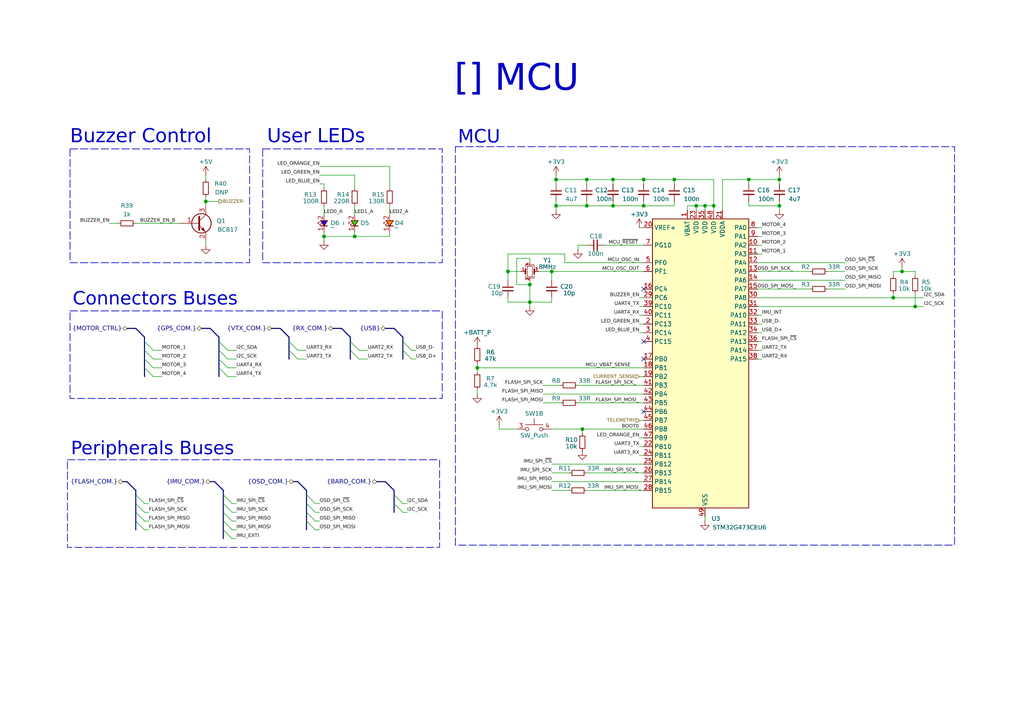
<source format=kicad_sch>
(kicad_sch (version 20231120) (generator "eeschema") (generator_version "8.0")
  (paper "A4")
  (title_block (title "MCU") (date "2025-09-01") (rev "0.1"))
  (lib_symbols
    (symbol "+3V3_1" (power) (pin_numbers hide) (pin_names (offset 0) hide)
      (property "Value" "+3V3" (at 0 3.556 0))
      (symbol "+3V3_1_1_1"
        (pin power_in line (at 0 0 90) (length 0) (name "~") (number "1"))
      )
    )
    (symbol "+5V_2" (power) (pin_numbers hide) (pin_names (offset 0) hide)
      (property "Value" "+5V" (at 0 3.556 0))
      (symbol "+5V_2_1_1"
        (pin power_in line (at 0 0 90) (length 0) (name "~") (number "1"))
      )
    )
    (symbol "0_led:LED_Small_Amber"
      (property "Reference" "D" (at 0 0 0))
      (symbol "LED_Small_Amber_1_1"
        (pin passive line (at -2.54 -3.175 0) (length 1.778) (name "") (number "1"))
        (pin passive line (at 2.54 -3.175 180) (length 1.778) (name "") (number "2"))
      )
    )
    (symbol "0_led:LED_Small_Blue" (pin_names hide)
      (property "Reference" "D" (at 0 0 0))
      (symbol "LED_Small_Blue_1_1"
        (pin passive line (at -2.54 -3.175 0) (length 1.778) (name "") (number "1"))
        (pin passive line (at 2.54 -3.175 180) (length 1.778) (name "") (number "2"))
      )
    )
    (symbol "0_led:LED_Small_Green"
      (property "Reference" "D" (at 0 0 0))
      (symbol "LED_Small_Green_1_1"
        (pin passive line (at -2.54 -3.175 0) (length 1.778) (name "") (number "1"))
        (pin passive line (at 2.54 -3.175 180) (length 1.778) (name "") (number "2"))
      )
    )
    (symbol "0_power:+BATT_P" (power) (in_bom no) (on_board no)
      (property "Value" "+BATT_P" (at 0 1.27 0))
      (symbol "+BATT_P_1_1"
        (pin power_in line (at 0 -2.54 270) (length 0) hide (name "+BATT_P") (number ""))
      )
    )
    (symbol "Device:C_Small" (pin_numbers hide) (pin_names (offset 0.254) hide)
      (property "Reference" "C" (at 0.254 1.778 0))
      (property "Value" "C_Small" (at 0.254 -2.032 0))
      (symbol "C_Small_1_1"
        (pin passive line (at 0 2.54 270) (length 2.032) (name "~") (number "1"))
        (pin passive line (at 0 -2.54 90) (length 2.032) (name "~") (number "2"))
      )
    )
    (symbol "Device:Crystal_GND24_Small" (pin_names (offset 1.016) hide)
      (property "Reference" "Y" (at 1.27 4.445 0))
      (property "Value" "Crystal_GND24_Small" (at 1.27 2.54 0))
      (symbol "Crystal_GND24_Small_1_1"
        (pin passive line (at -2.54 0 0) (length 1.27) (name "1") (number "1"))
        (pin passive line (at 0 -2.54 90) (length 0.635) (name "2") (number "2"))
        (pin passive line (at 2.54 0 180) (length 1.27) (name "3") (number "3"))
        (pin passive line (at 0 2.54 270) (length 0.635) (name "4") (number "4"))
      )
    )
    (symbol "Device:R_Small" (pin_numbers hide) (pin_names (offset 0.254) hide)
      (property "Reference" "R" (at 0.762 0.508 0))
      (property "Value" "R_Small" (at 0.762 -1.016 0))
      (symbol "R_Small_1_1"
        (pin passive line (at 0 2.54 270) (length 0.762) (name "~") (number "1"))
        (pin passive line (at 0 -2.54 90) (length 0.762) (name "~") (number "2"))
      )
    )
    (symbol "GND_1" (power) (pin_numbers hide) (pin_names (offset 0) hide)
      (property "Value" "GND" (at 0 -3.81 0))
      (symbol "GND_1_1_1"
        (pin power_in line (at 0 0 270) (length 0) (name "~") (number "1"))
      )
    )
    (symbol "MCU_ST_STM32G4:STM32G473CEUx"
      (property "Reference" "U" (at -12.7 44.45 0))
      (property "Value" "STM32G473CEUx" (at 10.16 44.45 0))
      (symbol "STM32G473CEUx_1_1"
        (pin power_in line (at -2.54 45.72 270) (length 2.54) (name "VBAT") (number "1"))
        (pin bidirectional line (at 17.78 35.56 180) (length 2.54) (name "PA2") (number "10"))
        (pin bidirectional line (at 17.78 33.02 180) (length 2.54) (name "PA3") (number "11"))
        (pin bidirectional line (at 17.78 30.48 180) (length 2.54) (name "PA4") (number "12"))
        (pin bidirectional line (at 17.78 27.94 180) (length 2.54) (name "PA5") (number "13"))
        (pin bidirectional line (at 17.78 25.4 180) (length 2.54) (name "PA6") (number "14"))
        (pin bidirectional line (at 17.78 22.86 180) (length 2.54) (name "PA7") (number "15"))
        (pin bidirectional line (at -15.24 22.86 0) (length 2.54) (name "PC4") (number "16"))
        (pin bidirectional line (at -15.24 2.54 0) (length 2.54) (name "PB0") (number "17"))
        (pin bidirectional line (at -15.24 0 0) (length 2.54) (name "PB1") (number "18"))
        (pin bidirectional line (at -15.24 -2.54 0) (length 2.54) (name "PB2") (number "19"))
        (pin bidirectional line (at -15.24 12.7 0) (length 2.54) (name "PC13") (number "2"))
        (pin input line (at -15.24 40.64 0) (length 2.54) (name "VREF+") (number "20"))
        (pin power_in line (at 7.62 45.72 270) (length 2.54) (name "VDDA") (number "21"))
        (pin bidirectional line (at -15.24 -22.86 0) (length 2.54) (name "PB10") (number "22"))
        (pin power_in line (at 0 45.72 270) (length 2.54) (name "VDD") (number "23"))
        (pin bidirectional line (at -15.24 -25.4 0) (length 2.54) (name "PB11") (number "24"))
        (pin bidirectional line (at -15.24 -27.94 0) (length 2.54) (name "PB12") (number "25"))
        (pin bidirectional line (at -15.24 -30.48 0) (length 2.54) (name "PB13") (number "26"))
        (pin bidirectional line (at -15.24 -33.02 0) (length 2.54) (name "PB14") (number "27"))
        (pin bidirectional line (at -15.24 -35.56 0) (length 2.54) (name "PB15") (number "28"))
        (pin bidirectional line (at -15.24 20.32 0) (length 2.54) (name "PC6") (number "29"))
        (pin bidirectional line (at -15.24 10.16 0) (length 2.54) (name "PC14") (number "3"))
        (pin bidirectional line (at 17.78 20.32 180) (length 2.54) (name "PA8") (number "30"))
        (pin bidirectional line (at 17.78 17.78 180) (length 2.54) (name "PA9") (number "31"))
        (pin bidirectional line (at 17.78 15.24 180) (length 2.54) (name "PA10") (number "32"))
        (pin bidirectional line (at 17.78 12.7 180) (length 2.54) (name "PA11") (number "33"))
        (pin bidirectional line (at 17.78 10.16 180) (length 2.54) (name "PA12") (number "34"))
        (pin power_in line (at 2.54 45.72 270) (length 2.54) (name "VDD") (number "35"))
        (pin bidirectional line (at 17.78 7.62 180) (length 2.54) (name "PA13") (number "36"))
        (pin bidirectional line (at 17.78 5.08 180) (length 2.54) (name "PA14") (number "37"))
        (pin bidirectional line (at 17.78 2.54 180) (length 2.54) (name "PA15") (number "38"))
        (pin bidirectional line (at -15.24 17.78 0) (length 2.54) (name "PC10") (number "39"))
        (pin bidirectional line (at -15.24 7.62 0) (length 2.54) (name "PC15") (number "4"))
        (pin bidirectional line (at -15.24 15.24 0) (length 2.54) (name "PC11") (number "40"))
        (pin bidirectional line (at -15.24 -5.08 0) (length 2.54) (name "PB3") (number "41"))
        (pin bidirectional line (at -15.24 -7.62 0) (length 2.54) (name "PB4") (number "42"))
        (pin bidirectional line (at -15.24 -10.16 0) (length 2.54) (name "PB5") (number "43"))
        (pin bidirectional line (at -15.24 -12.7 0) (length 2.54) (name "PB6") (number "44"))
        (pin bidirectional line (at -15.24 -15.24 0) (length 2.54) (name "PB7") (number "45"))
        (pin bidirectional line (at -15.24 -17.78 0) (length 2.54) (name "PB8") (number "46"))
        (pin bidirectional line (at -15.24 -20.32 0) (length 2.54) (name "PB9") (number "47"))
        (pin power_in line (at 5.08 45.72 270) (length 2.54) (name "VDD") (number "48"))
        (pin power_in line (at 2.54 -43.18 90) (length 2.54) (name "VSS") (number "49"))
        (pin bidirectional line (at -15.24 30.48 0) (length 2.54) (name "PF0") (number "5"))
        (pin bidirectional line (at -15.24 27.94 0) (length 2.54) (name "PF1") (number "6"))
        (pin bidirectional line (at -15.24 35.56 0) (length 2.54) (name "PG10") (number "7"))
        (pin bidirectional line (at 17.78 40.64 180) (length 2.54) (name "PA0") (number "8"))
        (pin bidirectional line (at 17.78 38.1 180) (length 2.54) (name "PA1") (number "9"))
      )
    )
    (symbol "Switch:SW_Push_Dual_x2" (pin_names (offset 1.016) hide)
      (property "Reference" "SW" (at 1.27 2.54 0))
      (property "Value" "SW_Push_Dual_x2" (at 0 -1.524 0))
      (symbol "SW_Push_Dual_x2_1_1"
        (pin passive line (at -5.08 0 0) (length 2.54) (name "C") (number "1"))
        (pin passive line (at 5.08 0 180) (length 2.54) (name "D") (number "2"))
      )
      (symbol "SW_Push_Dual_x2_2_1"
        (pin passive line (at -5.08 0 0) (length 2.54) (name "C") (number "3"))
        (pin passive line (at 5.08 0 180) (length 2.54) (name "D") (number "4"))
      )
    )
    (symbol "Transistor_BJT:BC817" (pin_names (offset 0) hide)
      (property "Reference" "Q" (at 5.08 1.905 0))
      (property "Value" "BC817" (at 5.08 0 0))
      (symbol "BC817_1_1"
        (pin input line (at -5.08 0 0) (length 5.715) (name "B") (number "1"))
        (pin passive line (at 2.54 -5.08 90) (length 2.54) (name "E") (number "2"))
        (pin passive line (at 2.54 5.08 270) (length 2.54) (name "C") (number "3"))
      )
    )
  )
  (bus_alias "BARO_COM." (members "I2C_SDA" "I2C_SCK"))
  (bus_alias "FLASH_COM." (members "FLASH_SPI_~{CS}" "FLASH_SPI_SCK" "FLASH_SPI_MISO" "FLASH_SPI_MOSI"))
  (bus_alias "IMU_COM." (members "IMU_SPI_~{CS}" "IMU_SPI_SCK" "IMU_SPI_MISO" "IMU_SPI_MOSI" "IMU_INT"))
  (bus_alias "OSD_COM." (members "OSD_SPI_~{CS}" "OSD_SPI_SCK" "OSD_SPI_MISO" "OSD_SPI_MOSI"))
  (junction (at 170.18 59.69))
  (junction (at 93.98 68.58))
  (junction (at 261.62 78.74))
  (junction (at 201.93 59.69))
  (junction (at 177.8 52.07))
  (junction (at 59.69 58.42))
  (junction (at 170.18 52.07))
  (junction (at 186.69 52.07))
  (junction (at 186.69 59.69))
  (junction (at 259.08 86.36))
  (junction (at 153.67 82.55))
  (junction (at 161.29 59.69))
  (junction (at 168.91 124.46))
  (junction (at 195.58 52.07))
  (junction (at 147.32 78.74))
  (junction (at 226.06 52.07))
  (junction (at 161.29 52.07))
  (junction (at 160.02 78.74))
  (junction (at 204.47 59.69))
  (junction (at 153.67 87.63))
  (junction (at 138.43 106.68))
  (junction (at 217.17 52.07))
  (junction (at 102.87 68.58))
  (junction (at 226.06 59.69))
  (junction (at 265.43 88.9))
  (junction (at 207.01 59.69))
  (junction (at 177.8 59.69))
  (no_connect (at 186.69 99.06))
  (no_connect (at 186.69 119.38))
  (no_connect (at 186.69 104.14))
  (no_connect (at 186.69 83.82))
  (bus_entry (at 114.3 146.05) (size 2.54 2.54))
  (bus_entry (at 39.37 143.51) (size 2.54 2.54))
  (bus_entry (at 64.77 146.05) (size 2.54 2.54))
  (bus_entry (at 39.37 148.59) (size 2.54 2.54))
  (bus_entry (at 83.82 99.06) (size 2.54 2.54))
  (bus_entry (at 101.6 99.06) (size 2.54 2.54))
  (bus_entry (at 63.5 101.6) (size 2.54 2.54))
  (bus_entry (at 88.9 148.59) (size 2.54 2.54))
  (bus_entry (at 63.5 104.14) (size 2.54 2.54))
  (bus_entry (at 88.9 151.13) (size 2.54 2.54))
  (bus_entry (at 41.91 101.6) (size 2.54 2.54))
  (bus_entry (at 41.91 104.14) (size 2.54 2.54))
  (bus_entry (at 114.3 143.51) (size 2.54 2.54))
  (bus_entry (at 39.37 151.13) (size 2.54 2.54))
  (bus_entry (at 64.77 153.67) (size 2.54 2.54))
  (bus_entry (at 39.37 146.05) (size 2.54 2.54))
  (bus_entry (at 64.77 151.13) (size 2.54 2.54))
  (bus_entry (at 63.5 99.06) (size 2.54 2.54))
  (bus_entry (at 83.82 101.6) (size 2.54 2.54))
  (bus_entry (at 63.5 106.68) (size 2.54 2.54))
  (bus_entry (at 88.9 146.05) (size 2.54 2.54))
  (bus_entry (at 101.6 101.6) (size 2.54 2.54))
  (bus_entry (at 116.84 101.6) (size 2.54 2.54))
  (bus_entry (at 64.77 143.51) (size 2.54 2.54))
  (bus_entry (at 64.77 148.59) (size 2.54 2.54))
  (bus_entry (at 116.84 99.06) (size 2.54 2.54))
  (bus_entry (at 41.91 106.68) (size 2.54 2.54))
  (bus_entry (at 88.9 143.51) (size 2.54 2.54))
  (bus_entry (at 41.91 99.06) (size 2.54 2.54))
  (wire (pts (xy 219.71 99.06) (xy 220.98 99.06)))
  (bus (pts (xy 99.06 95.25) (xy 101.6 97.79)))
  (wire (pts (xy 160.02 124.46) (xy 168.91 124.46)))
  (bus (pts (xy 41.91 99.06) (xy 41.91 101.6)))
  (wire (pts (xy 240.03 83.82) (xy 245.11 83.82)))
  (wire (pts (xy 67.31 153.67) (xy 68.58 153.67)))
  (wire (pts (xy 219.71 78.74) (xy 234.95 78.74)))
  (bus (pts (xy 41.91 97.79) (xy 41.91 99.06)))
  (wire (pts (xy 219.71 101.6) (xy 220.98 101.6)))
  (bus (pts (xy 116.84 97.79) (xy 116.84 99.06)))
  (wire (pts (xy 163.83 76.2) (xy 163.83 73.66)))
  (wire (pts (xy 186.69 59.69) (xy 177.8 59.69)))
  (wire (pts (xy 167.64 111.76) (xy 186.69 111.76)))
  (wire (pts (xy 195.58 53.34) (xy 195.58 52.07)))
  (wire (pts (xy 219.71 91.44) (xy 220.98 91.44)))
  (bus (pts (xy 62.23 139.7) (xy 60.96 139.7)))
  (bus (pts (xy 81.28 95.25) (xy 83.82 97.79)))
  (wire (pts (xy 138.43 113.03) (xy 138.43 114.3)))
  (wire (pts (xy 116.84 148.59) (xy 118.11 148.59)))
  (bus (pts (xy 83.82 101.6) (xy 83.82 104.14)))
  (wire (pts (xy 199.39 60.96) (xy 199.39 59.69)))
  (bus (pts (xy 41.91 106.68) (xy 41.91 109.22)))
  (wire (pts (xy 170.18 59.69) (xy 177.8 59.69)))
  (wire (pts (xy 153.67 81.28) (xy 153.67 82.55)))
  (wire (pts (xy 219.71 86.36) (xy 259.08 86.36)))
  (bus (pts (xy 39.37 148.59) (xy 39.37 151.13)))
  (wire (pts (xy 104.14 101.6) (xy 106.68 101.6)))
  (wire (pts (xy 170.18 52.07) (xy 177.8 52.07)))
  (wire (pts (xy 185.42 121.92) (xy 186.69 121.92)))
  (bus (pts (xy 111.76 139.7) (xy 114.3 142.24)))
  (bus (pts (xy 36.83 139.7) (xy 39.37 142.24)))
  (wire (pts (xy 160.02 78.74) (xy 186.69 78.74)))
  (wire (pts (xy 219.71 71.12) (xy 220.98 71.12)))
  (wire (pts (xy 102.87 59.69) (xy 102.87 62.23)))
  (wire (pts (xy 31.75 64.77) (xy 34.29 64.77)))
  (wire (pts (xy 160.02 134.62) (xy 186.69 134.62)))
  (wire (pts (xy 104.14 104.14) (xy 106.68 104.14)))
  (bus (pts (xy 39.37 151.13) (xy 39.37 153.67)))
  (wire (pts (xy 163.83 73.66) (xy 147.32 73.66)))
  (wire (pts (xy 92.71 50.8) (xy 102.87 50.8)))
  (wire (pts (xy 185.42 91.44) (xy 186.69 91.44)))
  (wire (pts (xy 201.93 59.69) (xy 201.93 60.96)))
  (bus (pts (xy 83.82 99.06) (xy 83.82 101.6)))
  (bus (pts (xy 114.3 142.24) (xy 114.3 143.51)))
  (wire (pts (xy 217.17 52.07) (xy 217.17 53.34)))
  (wire (pts (xy 261.62 78.74) (xy 265.43 78.74)))
  (wire (pts (xy 113.03 59.69) (xy 113.03 62.23)))
  (wire (pts (xy 219.71 104.14) (xy 220.98 104.14)))
  (wire (pts (xy 93.98 53.34) (xy 93.98 54.61)))
  (bus (pts (xy 64.77 151.13) (xy 64.77 153.67)))
  (wire (pts (xy 138.43 106.68) (xy 138.43 107.95)))
  (wire (pts (xy 219.71 68.58) (xy 220.98 68.58)))
  (wire (pts (xy 175.26 71.12) (xy 186.69 71.12)))
  (bus (pts (xy 41.91 101.6) (xy 41.91 104.14)))
  (wire (pts (xy 209.55 52.07) (xy 209.55 60.96)))
  (wire (pts (xy 102.87 68.58) (xy 113.03 68.58)))
  (wire (pts (xy 92.71 146.05) (xy 91.44 146.05)))
  (bus (pts (xy 114.3 95.25) (xy 111.76 95.25)))
  (wire (pts (xy 68.58 151.13) (xy 67.31 151.13)))
  (wire (pts (xy 92.71 48.26) (xy 113.03 48.26)))
  (bus (pts (xy 116.84 99.06) (xy 116.84 101.6)))
  (wire (pts (xy 43.18 151.13) (xy 41.91 151.13)))
  (wire (pts (xy 92.71 53.34) (xy 93.98 53.34)))
  (bus (pts (xy 62.23 139.7) (xy 64.77 142.24)))
  (bus (pts (xy 41.91 104.14) (xy 41.91 106.68)))
  (wire (pts (xy 177.8 58.42) (xy 177.8 59.69)))
  (wire (pts (xy 207.01 59.69) (xy 207.01 60.96)))
  (bus (pts (xy 99.06 95.25) (xy 96.52 95.25)))
  (bus (pts (xy 116.84 101.6) (xy 116.84 104.14)))
  (wire (pts (xy 185.42 66.04) (xy 186.69 66.04)))
  (wire (pts (xy 59.69 57.15) (xy 59.69 58.42)))
  (wire (pts (xy 59.69 58.42) (xy 59.69 59.69)))
  (wire (pts (xy 219.71 88.9) (xy 265.43 88.9)))
  (wire (pts (xy 161.29 53.34) (xy 161.29 52.07)))
  (wire (pts (xy 204.47 59.69) (xy 204.47 60.96)))
  (wire (pts (xy 195.58 52.07) (xy 207.01 52.07)))
  (wire (pts (xy 92.71 151.13) (xy 91.44 151.13)))
  (wire (pts (xy 43.18 146.05) (xy 41.91 146.05)))
  (wire (pts (xy 93.98 68.58) (xy 102.87 68.58)))
  (wire (pts (xy 44.45 106.68) (xy 46.99 106.68)))
  (wire (pts (xy 149.86 74.93) (xy 149.86 82.55)))
  (wire (pts (xy 226.06 59.69) (xy 226.06 60.96)))
  (wire (pts (xy 204.47 149.86) (xy 204.47 151.13)))
  (wire (pts (xy 161.29 58.42) (xy 161.29 59.69)))
  (wire (pts (xy 161.29 50.8) (xy 161.29 52.07)))
  (wire (pts (xy 66.04 104.14) (xy 68.58 104.14)))
  (wire (pts (xy 120.65 101.6) (xy 119.38 101.6)))
  (wire (pts (xy 144.78 124.46) (xy 149.86 124.46)))
  (bus (pts (xy 39.37 95.25) (xy 41.91 97.79)))
  (wire (pts (xy 116.84 146.05) (xy 118.11 146.05)))
  (wire (pts (xy 113.03 48.26) (xy 113.03 54.61)))
  (wire (pts (xy 265.43 88.9) (xy 267.97 88.9)))
  (wire (pts (xy 170.18 137.16) (xy 186.69 137.16)))
  (wire (pts (xy 39.37 64.77) (xy 52.07 64.77)))
  (wire (pts (xy 207.01 59.69) (xy 207.01 52.07)))
  (bus (pts (xy 101.6 97.79) (xy 101.6 99.06)))
  (wire (pts (xy 161.29 59.69) (xy 170.18 59.69)))
  (bus (pts (xy 39.37 142.24) (xy 39.37 143.51)))
  (wire (pts (xy 199.39 59.69) (xy 201.93 59.69)))
  (wire (pts (xy 66.04 106.68) (xy 68.58 106.68)))
  (wire (pts (xy 59.69 69.85) (xy 59.69 71.12)))
  (wire (pts (xy 44.45 104.14) (xy 46.99 104.14)))
  (wire (pts (xy 66.04 109.22) (xy 68.58 109.22)))
  (wire (pts (xy 153.67 74.93) (xy 149.86 74.93)))
  (bus (pts (xy 101.6 101.6) (xy 101.6 104.14)))
  (wire (pts (xy 92.71 153.67) (xy 91.44 153.67)))
  (bus (pts (xy 86.36 139.7) (xy 85.09 139.7)))
  (wire (pts (xy 185.42 132.08) (xy 186.69 132.08)))
  (wire (pts (xy 157.48 114.3) (xy 186.69 114.3)))
  (bus (pts (xy 63.5 101.6) (xy 63.5 104.14)))
  (bus (pts (xy 63.5 104.14) (xy 63.5 106.68)))
  (wire (pts (xy 93.98 69.85) (xy 93.98 68.58)))
  (wire (pts (xy 160.02 139.7) (xy 186.69 139.7)))
  (bus (pts (xy 88.9 146.05) (xy 88.9 148.59)))
  (bus (pts (xy 88.9 142.24) (xy 88.9 143.51)))
  (wire (pts (xy 185.42 86.36) (xy 186.69 86.36)))
  (bus (pts (xy 83.82 97.79) (xy 83.82 99.06)))
  (wire (pts (xy 102.87 68.58) (xy 102.87 67.31)))
  (wire (pts (xy 240.03 78.74) (xy 245.11 78.74)))
  (wire (pts (xy 161.29 52.07) (xy 170.18 52.07)))
  (wire (pts (xy 177.8 52.07) (xy 186.69 52.07)))
  (wire (pts (xy 149.86 82.55) (xy 153.67 82.55)))
  (wire (pts (xy 185.42 109.22) (xy 186.69 109.22)))
  (wire (pts (xy 219.71 76.2) (xy 245.11 76.2)))
  (wire (pts (xy 156.21 78.74) (xy 160.02 78.74)))
  (wire (pts (xy 147.32 87.63) (xy 153.67 87.63)))
  (wire (pts (xy 185.42 127) (xy 186.69 127)))
  (wire (pts (xy 138.43 105.41) (xy 138.43 106.68)))
  (wire (pts (xy 68.58 148.59) (xy 67.31 148.59)))
  (wire (pts (xy 170.18 71.12) (xy 167.64 71.12)))
  (wire (pts (xy 219.71 93.98) (xy 220.98 93.98)))
  (wire (pts (xy 86.36 101.6) (xy 88.9 101.6)))
  (wire (pts (xy 186.69 53.34) (xy 186.69 52.07)))
  (wire (pts (xy 186.69 52.07) (xy 195.58 52.07)))
  (bus (pts (xy 64.77 143.51) (xy 64.77 146.05)))
  (wire (pts (xy 92.71 148.59) (xy 91.44 148.59)))
  (wire (pts (xy 147.32 86.36) (xy 147.32 87.63)))
  (wire (pts (xy 147.32 73.66) (xy 147.32 78.74)))
  (bus (pts (xy 64.77 153.67) (xy 64.77 156.21)))
  (wire (pts (xy 204.47 59.69) (xy 207.01 59.69)))
  (wire (pts (xy 153.67 87.63) (xy 160.02 87.63)))
  (wire (pts (xy 185.42 129.54) (xy 186.69 129.54)))
  (bus (pts (xy 64.77 146.05) (xy 64.77 148.59)))
  (wire (pts (xy 67.31 156.21) (xy 68.58 156.21)))
  (bus (pts (xy 64.77 142.24) (xy 64.77 143.51)))
  (bus (pts (xy 63.5 106.68) (xy 63.5 109.22)))
  (bus (pts (xy 114.3 146.05) (xy 114.3 148.59)))
  (wire (pts (xy 185.42 88.9) (xy 186.69 88.9)))
  (wire (pts (xy 157.48 116.84) (xy 162.56 116.84)))
  (bus (pts (xy 64.77 148.59) (xy 64.77 151.13)))
  (wire (pts (xy 219.71 73.66) (xy 220.98 73.66)))
  (bus (pts (xy 39.37 143.51) (xy 39.37 146.05)))
  (bus (pts (xy 63.5 99.06) (xy 63.5 101.6)))
  (wire (pts (xy 219.71 96.52) (xy 220.98 96.52)))
  (wire (pts (xy 153.67 74.93) (xy 153.67 76.2)))
  (wire (pts (xy 43.18 153.67) (xy 41.91 153.67)))
  (bus (pts (xy 39.37 146.05) (xy 39.37 148.59)))
  (wire (pts (xy 185.42 96.52) (xy 186.69 96.52)))
  (wire (pts (xy 161.29 59.69) (xy 161.29 60.96)))
  (wire (pts (xy 265.43 78.74) (xy 265.43 80.01)))
  (wire (pts (xy 160.02 78.74) (xy 160.02 81.28)))
  (wire (pts (xy 219.71 66.04) (xy 220.98 66.04)))
  (bus (pts (xy 111.76 139.7) (xy 109.22 139.7)))
  (wire (pts (xy 201.93 59.69) (xy 204.47 59.69)))
  (wire (pts (xy 120.65 104.14) (xy 119.38 104.14)))
  (bus (pts (xy 63.5 97.79) (xy 63.5 99.06)))
  (wire (pts (xy 170.18 52.07) (xy 170.18 53.34)))
  (wire (pts (xy 144.78 123.19) (xy 144.78 124.46)))
  (wire (pts (xy 86.36 104.14) (xy 88.9 104.14)))
  (wire (pts (xy 44.45 101.6) (xy 46.99 101.6)))
  (bus (pts (xy 36.83 139.7) (xy 35.56 139.7)))
  (wire (pts (xy 226.06 50.8) (xy 226.06 52.07)))
  (wire (pts (xy 195.58 58.42) (xy 195.58 59.69)))
  (wire (pts (xy 261.62 77.47) (xy 261.62 78.74)))
  (wire (pts (xy 167.64 71.12) (xy 167.64 72.39)))
  (wire (pts (xy 147.32 81.28) (xy 147.32 78.74)))
  (wire (pts (xy 102.87 50.8) (xy 102.87 54.61)))
  (wire (pts (xy 93.98 67.31) (xy 93.98 68.58)))
  (bus (pts (xy 39.37 95.25) (xy 36.83 95.25)))
  (wire (pts (xy 66.04 101.6) (xy 68.58 101.6)))
  (wire (pts (xy 44.45 109.22) (xy 46.99 109.22)))
  (bus (pts (xy 114.3 95.25) (xy 116.84 97.79)))
  (bus (pts (xy 88.9 151.13) (xy 88.9 153.67)))
  (bus (pts (xy 101.6 99.06) (xy 101.6 101.6)))
  (wire (pts (xy 195.58 59.69) (xy 186.69 59.69)))
  (wire (pts (xy 226.06 58.42) (xy 226.06 59.69)))
  (wire (pts (xy 153.67 87.63) (xy 153.67 88.9)))
  (wire (pts (xy 185.42 93.98) (xy 186.69 93.98)))
  (wire (pts (xy 265.43 85.09) (xy 265.43 88.9)))
  (wire (pts (xy 113.03 67.31) (xy 113.03 68.58)))
  (wire (pts (xy 170.18 142.24) (xy 186.69 142.24)))
  (wire (pts (xy 261.62 78.74) (xy 259.08 78.74)))
  (wire (pts (xy 259.08 86.36) (xy 267.97 86.36)))
  (bus (pts (xy 86.36 139.7) (xy 88.9 142.24)))
  (bus (pts (xy 60.96 95.25) (xy 58.42 95.25)))
  (wire (pts (xy 43.18 148.59) (xy 41.91 148.59)))
  (wire (pts (xy 157.48 111.76) (xy 162.56 111.76)))
  (wire (pts (xy 259.08 85.09) (xy 259.08 86.36)))
  (wire (pts (xy 219.71 83.82) (xy 234.95 83.82)))
  (wire (pts (xy 170.18 58.42) (xy 170.18 59.69)))
  (wire (pts (xy 59.69 58.42) (xy 63.5 58.42)))
  (bus (pts (xy 78.74 95.25) (xy 81.28 95.25)))
  (wire (pts (xy 160.02 137.16) (xy 165.1 137.16)))
  (bus (pts (xy 114.3 143.51) (xy 114.3 146.05)))
  (bus (pts (xy 60.96 95.25) (xy 63.5 97.79)))
  (wire (pts (xy 168.91 124.46) (xy 168.91 125.73)))
  (wire (pts (xy 59.69 50.8) (xy 59.69 52.07)))
  (wire (pts (xy 186.69 58.42) (xy 186.69 59.69)))
  (wire (pts (xy 219.71 81.28) (xy 245.11 81.28)))
  (wire (pts (xy 226.06 53.34) (xy 226.06 52.07)))
  (bus (pts (xy 88.9 143.51) (xy 88.9 146.05)))
  (wire (pts (xy 167.64 116.84) (xy 186.69 116.84)))
  (wire (pts (xy 226.06 52.07) (xy 217.17 52.07)))
  (wire (pts (xy 217.17 59.69) (xy 226.06 59.69)))
  (wire (pts (xy 153.67 82.55) (xy 153.67 87.63)))
  (wire (pts (xy 163.83 76.2) (xy 186.69 76.2)))
  (wire (pts (xy 93.98 59.69) (xy 93.98 62.23)))
  (wire (pts (xy 68.58 146.05) (xy 67.31 146.05)))
  (wire (pts (xy 217.17 58.42) (xy 217.17 59.69)))
  (wire (pts (xy 138.43 106.68) (xy 186.69 106.68)))
  (wire (pts (xy 209.55 52.07) (xy 217.17 52.07)))
  (wire (pts (xy 160.02 86.36) (xy 160.02 87.63)))
  (wire (pts (xy 177.8 53.34) (xy 177.8 52.07)))
  (wire (pts (xy 259.08 78.74) (xy 259.08 80.01)))
  (bus (pts (xy 88.9 148.59) (xy 88.9 151.13)))
  (wire (pts (xy 160.02 142.24) (xy 165.1 142.24)))
  (wire (pts (xy 147.32 78.74) (xy 151.13 78.74)))
  (wire (pts (xy 168.91 124.46) (xy 186.69 124.46)))
  (rectangle (start 20.32 90.17) (end 128.27 115.57) (stroke (width 0.2) (type dash)))
  (rectangle (start 76.2 43.18) (end 128.27 76.2) (stroke (width 0.2) (type dash)))
  (rectangle (start 19.558 133.35) (end 127.508 158.75) (stroke (width 0.2) (type dash)))
  (rectangle (start 20.32 43.18) (end 72.39 76.2) (stroke (width 0.2) (type dash)))
  (rectangle (start 132.08 42.545) (end 276.86 158.115) (stroke (width 0.2) (type dash)))
  (text_box "[${#}] ${TITLE}" (at 12.7 12.7 0) (size 274.32 22.86) (stroke (width -0.0001)) (effects (font (size 7.62 7.62)) (justify top)))
  (text "MCU" (at 132.842 43.18 0) (effects (font (size 3.81 3.81) (thickness 0.4763)) (justify left bottom)))
  (text "Peripherals Buses" (at 20.574 133.604 0) (effects (font (size 3.81 3.81) (thickness 0.4763)) (justify left bottom)))
  (text "Buzzer Control" (at 20.32 43.18 0) (effects (font (size 4 4) (thickness 0.5)) (justify left bottom)))
  (text "Connectors Buses" (at 21.082 90.17 0) (effects (font (size 3.81 3.81) (thickness 0.4763)) (justify left bottom)))
  (text "User LEDs" (at 77.47 43.18 0) (effects (font (size 4 4) (thickness 0.5)) (justify left bottom)))
  (label "LED0_A" (at 93.98 62.23 0) (effects (font (size 1.016 1.016))))
  (label "FLASH_SPI_SCK" (at 157.48 111.76 180) (effects (font (size 1.016 1.016))))
  (label "UART4_RX" (at 68.58 106.68 0) (effects (font (size 1.016 1.016))))
  (label "LED_GREEN_EN" (at 185.42 93.98 180) (effects (font (size 1.016 1.016))))
  (label "MOTOR_2" (at 46.99 104.14 0) (effects (font (size 1.016 1.016))))
  (label "IMU_EXTI" (at 68.58 156.21 0) (effects (font (size 1.016 1.016))))
  (label "LED_BLUE_EN" (at 185.42 96.52 180) (effects (font (size 1.016 1.016))))
  (label "OSD_SPI_MISO" (at 245.11 81.28 0) (effects (font (size 1.016 1.016))))
  (label "IMU_SPI_~{CS}" (at 160.02 134.62 180) (effects (font (size 1.016 1.016))))
  (label "IMU_SPI_~{CS}" (at 68.58 146.05 0) (effects (font (size 1.016 1.016))))
  (label "IMU_SPI_MOSI" (at 160.02 142.24 180) (effects (font (size 1.016 1.016))))
  (label "MOTOR_4" (at 220.98 66.04 0) (effects (font (size 1.016 1.016))))
  (label "MOTOR_2" (at 220.98 71.12 0) (effects (font (size 1.016 1.016))))
  (label "USB_D+" (at 120.65 104.14 0) (effects (font (size 1.016 1.016))))
  (label "OSD_SPI_~{CS}" (at 92.71 146.05 0) (effects (font (size 1.016 1.016))))
  (label "MOTOR_4" (at 46.99 109.22 0) (effects (font (size 1.016 1.016))))
  (label "LED_GREEN_EN" (at 92.71 50.8 180) (effects (font (size 1.016 1.016))))
  (label "OSD_SPI_MOSI_" (at 219.71 83.82 0) (effects (font (size 1.016 1.016))))
  (label "BUZZER_EN_B" (at 40.64 64.77 0) (effects (font (size 1.016 1.016))))
  (label "IMU_SPI_MISO" (at 160.02 139.7 180) (effects (font (size 1.016 1.016))))
  (label "IMU_SPI_SCK" (at 68.58 148.59 0) (effects (font (size 1.016 1.016))))
  (label "FLASH_SPI_~{CS}" (at 43.18 146.05 0) (effects (font (size 1.016 1.016))))
  (label "I2C_SCK" (at 68.58 104.14 0) (effects (font (size 1.016 1.016))))
  (label "UART3_TX" (at 185.42 129.54 180) (effects (font (size 1.016 1.016))))
  (label "FLASH_SPI_MOSI" (at 43.18 153.67 0) (effects (font (size 1.016 1.016))))
  (label "BUZZER_EN" (at 185.42 86.36 180) (effects (font (size 1.016 1.016))))
  (label "IMU_SPI_SCK_" (at 175.26 137.16 0) (effects (font (size 1.016 1.016))))
  (label "I2C_SDA" (at 267.97 86.36 0) (effects (font (size 1.016 1.016))))
  (label "OSD_SPI_SCK" (at 245.11 78.74 0) (effects (font (size 1.016 1.016))))
  (label "I2C_SCK" (at 267.97 88.9 0) (effects (font (size 1.016 1.016))))
  (label "IMU_INT" (at 220.98 91.44 0) (effects (font (size 1.016 1.016))))
  (label "LED1_A" (at 102.87 62.23 0) (effects (font (size 1.016 1.016))))
  (label "USB_D-" (at 220.98 93.98 0) (effects (font (size 1.016 1.016))))
  (label "UART2_TX" (at 220.98 101.6 0) (effects (font (size 1.016 1.016))))
  (label "OSD_SPI_~{CS}" (at 245.11 76.2 0) (effects (font (size 1.016 1.016))))
  (label "UART3_TX" (at 88.9 104.14 0) (effects (font (size 1.016 1.016))))
  (label "MOTOR_3" (at 46.99 106.68 0) (effects (font (size 1.016 1.016))))
  (label "LED_ORANGE_EN" (at 92.71 48.26 180) (effects (font (size 1.016 1.016))))
  (label "LED2_A" (at 113.03 62.23 0) (effects (font (size 1.016 1.016))))
  (label "OSD_SPI_MOSI" (at 245.11 83.82 0) (effects (font (size 1.016 1.016))))
  (label "FLASH_SPI_MISO" (at 157.48 114.3 180) (effects (font (size 1.016 1.016))))
  (label "UART2_RX" (at 106.68 101.6 0) (effects (font (size 1.016 1.016))))
  (label "FLASH_SPI_SCK" (at 43.18 148.59 0) (effects (font (size 1.016 1.016))))
  (label "BUZZER_EN" (at 31.75 64.77 180) (effects (font (size 1.016 1.016))))
  (label "UART2_TX" (at 106.68 104.14 0) (effects (font (size 1.016 1.016))))
  (label "FLASH_SPI_SCK_" (at 172.72 111.76 0) (effects (font (size 1.016 1.016))))
  (label "MCU_OSC_IN" (at 185.42 76.2 180) (effects (font (size 1.016 1.016))))
  (label "IMU_SPI_SCK" (at 160.02 137.16 180) (effects (font (size 1.016 1.016))))
  (label "FLASH_SPI_MISO" (at 43.18 151.13 0) (effects (font (size 1.016 1.016))))
  (label "FLASH_SPI_~{CS}" (at 220.98 99.06 0) (effects (font (size 1.016 1.016))))
  (label "MCU_~{RESET}" (at 176.53 71.12 0) (effects (font (size 1.016 1.016))))
  (label "BOOT0" (at 180.34 124.46 0) (effects (font (size 1.016 1.016))))
  (label "MOTOR_3" (at 220.98 68.58 0) (effects (font (size 1.016 1.016))))
  (label "MOTOR_1" (at 220.98 73.66 0) (effects (font (size 1.016 1.016))))
  (label "MOTOR_1" (at 46.99 101.6 0) (effects (font (size 1.016 1.016))))
  (label "UART4_RX" (at 185.42 91.44 180) (effects (font (size 1.016 1.016))))
  (label "USB_D-" (at 120.65 101.6 0) (effects (font (size 1.016 1.016))))
  (label "FLASH_SPI_MOSI_" (at 172.72 116.84 0) (effects (font (size 1.016 1.016))))
  (label "LED_BLUE_EN" (at 92.71 53.34 180) (effects (font (size 1.016 1.016))))
  (label "I2C_SDA" (at 68.58 101.6 0) (effects (font (size 1.016 1.016))))
  (label "OSD_SPI_SCK" (at 92.71 148.59 0) (effects (font (size 1.016 1.016))))
  (label "UART3_RX" (at 88.9 101.6 0) (effects (font (size 1.016 1.016))))
  (label "LED_ORANGE_EN" (at 185.42 127 180) (effects (font (size 1.016 1.016))))
  (label "FLASH_SPI_MOSI" (at 157.48 116.84 180) (effects (font (size 1.016 1.016))))
  (label "UART2_RX" (at 220.98 104.14 0) (effects (font (size 1.016 1.016))))
  (label "UART4_TX" (at 68.58 109.22 0) (effects (font (size 1.016 1.016))))
  (label "USB_D+" (at 220.98 96.52 0) (effects (font (size 1.016 1.016))))
  (label "OSD_SPI_MISO" (at 92.71 151.13 0) (effects (font (size 1.016 1.016))))
  (label "MCU_VBAT_SENSE" (at 182.88 106.68 180) (effects (font (size 1.016 1.016))))
  (label "OSD_SPI_SCK_" (at 219.71 78.74 0) (effects (font (size 1.016 1.016))))
  (label "I2C_SDA" (at 118.11 146.05 0) (effects (font (size 1.016 1.016))))
  (label "UART4_TX" (at 185.42 88.9 180) (effects (font (size 1.016 1.016))))
  (label "IMU_SPI_MISO" (at 68.58 151.13 0) (effects (font (size 1.016 1.016))))
  (label "IMU_SPI_MOSI" (at 68.58 153.67 0) (effects (font (size 1.016 1.016))))
  (label "OSD_SPI_MOSI" (at 92.71 153.67 0) (effects (font (size 1.016 1.016))))
  (label "IMU_SPI_MOSI_" (at 175.26 142.24 0) (effects (font (size 1.016 1.016))))
  (label "I2C_SCK" (at 118.11 148.59 0) (effects (font (size 1.016 1.016))))
  (label "MCU_OSC_OUT" (at 185.42 78.74 180) (effects (font (size 1.016 1.016))))
  (label "UART3_RX" (at 185.42 132.08 180) (effects (font (size 1.016 1.016))))
  (hierarchical_label "{MOTOR_CTRL}" (shape bidirectional) (at 36.83 95.25 180))
  (hierarchical_label "{VTX_COM.}" (shape bidirectional) (at 78.74 95.25 180))
  (hierarchical_label "{BARO_COM.}" (shape bidirectional) (at 109.22 139.7 180))
  (hierarchical_label "{IMU_COM.}" (shape bidirectional) (at 60.96 139.7 180))
  (hierarchical_label "{USB}" (shape bidirectional) (at 111.76 95.25 180))
  (hierarchical_label "{GPS_COM.}" (shape bidirectional) (at 58.42 95.25 180))
  (hierarchical_label "BUZZER-" (shape output) (at 63.5 58.42 0) (effects (font (size 1.016 1.016))))
  (hierarchical_label "{OSD_COM.}" (shape bidirectional) (at 85.09 139.7 180))
  (hierarchical_label "{RX_COM.}" (shape bidirectional) (at 96.52 95.25 180))
  (hierarchical_label "TELEMETRY" (shape input) (at 185.42 121.92 180) (effects (font (size 1.016 1.016))))
  (hierarchical_label "CURRENT_SENSE" (shape input) (at 185.42 109.22 180) (effects (font (size 1.016 1.016))))
  (hierarchical_label "{FLASH_COM.}" (shape bidirectional) (at 35.56 139.7 180))
  (symbol (lib_id "Device:R_Small") (at 168.91 128.27 180) (unit 1)
    (property "Reference" "R10" (at 165.735 127.635 0))
    (property "Value" "10k" (at 165.735 129.54 0))
    (property "Footprint" "Resistor_SMD:R_0402_1005Metric" (effects (hide yes)))
    (property "Description" "Thick Film Resistors - SMD 1/16watt 10Kohms 1% Commercial Use" (effects (hide yes)))
    (property "Manufacturer" "Vishay / Dale" (effects (hide yes)))
    (property "Mfr Part Number" "CRCW040210K0FKEDC" (effects (hide yes)))
  )
  (symbol (lib_id "Device:C_Small") (at 170.18 55.88 0) (unit 1)
    (property "Reference" "C12" (at 172.72 55.245 0) (effects (justify left)))
    (property "Value" "100n" (at 172.72 57.785 0) (effects (justify left)))
    (property "Footprint" "Capacitor_SMD:C_0402_1005Metric" (effects (hide yes)))
    (property "Description" "Multilayer Ceramic Capacitors MLCC - SMD/SMT 16V 0.1uF X7R 0402 10 %" (effects (hide yes)))
    (property "Manufacturer" "TAIYO YUDEN" (effects (hide yes)))
    (property "Mfr Part Number" "MSASE105SB7104KFNA01" (effects (hide yes)))
  )
  (symbol (lib_id "Device:C_Small") (at 161.29 55.88 0) (unit 1)
    (property "Reference" "C11" (at 163.83 55.245 0) (effects (justify left)))
    (property "Value" "4u7" (at 163.83 57.785 0) (effects (justify left)))
    (property "Footprint" "Capacitor_SMD:C_0603_1608Metric" (effects (hide yes)))
    (property "Description" "Multilayer Ceramic Capacitors MLCC - SMD/SMT 4.7 uF 16 VDC 10% 0603 X7R" (effects (hide yes)))
    (property "Manufacturer" "Murata Electronics" (effects (hide yes)))
    (property "Mfr Part Number" "GRM188Z71C475KE21J" (effects (hide yes)))
  )
  (symbol (lib_id "MCU_ST_STM32G4:STM32G473CEUx") (at 201.93 106.68 0) (unit 1)
    (property "Reference" "U3" (at 206.4259 150.495 0) (effects (justify left)))
    (property "Value" "STM32G473CEU6" (at 206.4259 153.035 0) (effects (justify left)))
    (property "Footprint" "Package_DFN_QFN:QFN-48-1EP_7x7mm_P0.5mm_EP5.6x5.6mm" (effects (hide yes)))
    (property "Datasheet" "https://www.st.com/resource/en/datasheet/stm32g473ce.pdf" (effects (hide yes)))
    (property "Description" "ARM Microcontrollers - MCU Mainstream Arm Cortex-M4 MCU 170MHz 512Kbytes of Flash Math Accel, High Analog" (effects (hide yes)))
    (property "Manufacturer" "STMicroelectronics" (effects (hide yes)))
    (property "Mfr Part Number" "STM32G473CEU6" (effects (hide yes)))
  )
  (symbol (lib_id "Device:C_Small") (at 172.72 71.12 90) (unit 1)
    (property "Reference" "C18" (at 174.625 68.58 90) (effects (justify left)))
    (property "Value" "100n" (at 175.26 73.66 90) (effects (justify left)))
    (property "Footprint" "Capacitor_SMD:C_0402_1005Metric" (effects (hide yes)))
    (property "Description" "Multilayer Ceramic Capacitors MLCC - SMD/SMT 16V 0.1uF X7R 0402 10 %" (effects (hide yes)))
    (property "Manufacturer" "TAIYO YUDEN" (effects (hide yes)))
    (property "Mfr Part Number" "MSASE105SB7104KFNA01" (effects (hide yes)))
  )
  (symbol (lib_name "GND_1") (lib_id "power:GND") (at 167.64 72.39 0) (unit 1)
    (property "Reference" "#PWR022" (effects (hide yes)))
    (property "Value" "GND" (effects (hide yes)))
    (property "Description" "Power symbol creates a global label with name \"GND\" , ground" (effects (hide yes)))
  )
  (symbol (lib_id "Device:R_Small") (at 165.1 111.76 90) (unit 1)
    (property "Reference" "R8" (at 161.29 110.49 90))
    (property "Value" "33R" (at 169.545 110.49 90))
    (property "Footprint" "Resistor_SMD:R_0402_1005Metric" (effects (hide yes)))
    (property "Description" "Thick Film Resistors - SMD 1/16watt 33ohms 1% 100ppm" (effects (hide yes)))
    (property "Manufacturer" "Vishay / Dale" (effects (hide yes)))
    (property "Mfr Part Number" "CRCW040220K0FKED" (effects (hide yes)))
  )
  (symbol (lib_id "Device:C_Small") (at 226.06 55.88 0) (unit 1)
    (property "Reference" "C17" (at 228.6 55.245 0) (effects (justify left)))
    (property "Value" "4u7" (at 228.6 57.785 0) (effects (justify left)))
    (property "Footprint" "Capacitor_SMD:C_0603_1608Metric" (effects (hide yes)))
    (property "Description" "Multilayer Ceramic Capacitors MLCC - SMD/SMT 4.7 uF 16 VDC 10% 0603 X7R" (effects (hide yes)))
    (property "Manufacturer" "Murata Electronics" (effects (hide yes)))
    (property "Mfr Part Number" "GRM188Z71C475KE21J" (effects (hide yes)))
  )
  (symbol (lib_name "GND_1") (lib_id "power:GND") (at 153.67 88.9 0) (unit 1)
    (property "Reference" "#PWR021" (effects (hide yes)))
    (property "Value" "GND" (effects (hide yes)))
    (property "Description" "Power symbol creates a global label with name \"GND\" , ground" (effects (hide yes)))
  )
  (symbol (lib_id "Device:R_Small") (at 113.03 57.15 0) (unit 1)
    (property "Reference" "R15" (at 107.95 56.515 0) (effects (justify left)))
    (property "Value" "130R" (at 106.68 58.42 0) (effects (justify left)))
    (property "Footprint" "Resistor_SMD:R_0402_1005Metric" (effects (hide yes)))
    (property "Description" "Thick Film Resistors - SMD 1/16watt 130ohms 1% Commercial Use" (effects (hide yes)))
    (property "Manufacturer" "Vishay / Dale" (effects (hide yes)))
    (property "Mfr Part Number" "CRCW0402130RFKEDC" (effects (hide yes)))
  )
  (symbol (lib_id "0_led:LED_Small_Blue") (at 90.805 64.77 90) (unit 1)
    (property "Reference" "D6" (at 95.885 64.77 90) (effects (justify right)))
    (property "Value" "~" (at 95.885 66.04 90) (effects (justify right)))
    (property "Footprint" "LED_SMD:LED_0603_1608Metric" (effects (hide yes)))
    (property "Datasheet" "https://dammedia.osram.info/media/resource/hires/osram-dam-5174592/LB%20Q39G_EN.pdf" (effects (hide yes)))
    (property "Description" "Single Colour LEDs Blue 470nm 120mcd 15mA" (effects (hide yes)))
    (property "Manufacturer" "ams OSRAM" (effects (hide yes)))
    (property "Mfr Part Number" "LB Q39G-N1OO-35-1" (effects (hide yes)))
  )
  (symbol (lib_name "+3V3_1") (lib_id "power:+3V3") (at 144.78 123.19 0) (unit 1)
    (property "Reference" "#PWR019" (effects (hide yes)))
    (property "Value" "+3V3" (at 144.78 119.38 0))
    (property "Description" "Power symbol creates a global label with name \"+3V3\"" (effects (hide yes)))
  )
  (symbol (lib_id "Device:Crystal_GND24_Small") (at 153.67 78.74 0) (unit 1)
    (property "Reference" "Y1" (at 158.75 75.565 0))
    (property "Value" "8MHz" (at 158.75 77.47 0))
    (property "Footprint" "0_crystal:Crystal_SMD_ECS_ECX33_4Pin_3.2x2.5mm" (effects (hide yes)))
    (property "Datasheet" "https://www.mouser.fr/datasheet/3/294/1/ecx-32.pdf" (effects (hide yes)))
    (property "Description" "Crystals 8MHz 10 pF 3225 TOL +/-10, STAB +/-30 ppm, -40 +85 C, 400O" (effects (hide yes)))
    (property "Manufacturer" "ECS" (effects (hide yes)))
    (property "Mfr Part Number" "ECS-80-10-33-CGN-TR3" (effects (hide yes)))
  )
  (symbol (lib_name "+3V3_1") (lib_id "power:+3V3") (at 261.62 77.47 0) (unit 1)
    (property "Reference" "#PWR014" (effects (hide yes)))
    (property "Value" "+3V3" (at 261.62 73.66 0))
    (property "Description" "Power symbol creates a global label with name \"+3V3\"" (effects (hide yes)))
  )
  (symbol (lib_id "Transistor_BJT:BC817") (at 57.15 64.77 0) (unit 1)
    (property "Reference" "Q1" (at 62.865 64.135 0) (effects (justify left)))
    (property "Value" "BC817" (at 62.865 66.675 0) (effects (justify left)))
    (property "Footprint" "0_package_dfn_qfn:DFN1010D-3" (effects (hide yes)))
    (property "Datasheet" "https://assets.nexperia.com/documents/data-sheet/BC817QBH-Q_SER.pdf" (effects (hide yes)))
    (property "Description" "Bipolar Transistors - BJT SOT8015 45V .5A NPN GP TRANS" (effects (hide yes)))
    (property "Manufacturer" "Nexperia" (effects (hide yes)))
    (property "Mfr Part Number" "BC817-40QBH-QZ" (effects (hide yes)))
  )
  (symbol (lib_id "Device:R_Small") (at 93.98 57.15 0) (unit 1)
    (property "Reference" "R13" (at 88.265 56.515 0) (effects (justify left)))
    (property "Value" "100R" (at 87.63 58.42 0) (effects (justify left)))
    (property "Footprint" "Resistor_SMD:R_0402_1005Metric" (effects (hide yes)))
    (property "Description" "Thick Film Resistors - SMD 1/16watt 100ohms 1% Commercial Use" (effects (hide yes)))
    (property "Manufacturer" "Vishay / Dale" (effects (hide yes)))
    (property "Mfr Part Number" "CRCW0402100RFKEDC" (effects (hide yes)))
  )
  (symbol (lib_id "0_led:LED_Small_Amber") (at 109.855 64.77 90) (unit 1)
    (property "Reference" "D4" (at 114.554 64.77 90) (effects (justify right)))
    (property "Value" "~" (at 114.935 66.04 90))
    (property "Footprint" "LED_SMD:LED_0603_1608Metric" (effects (hide yes)))
    (property "Datasheet" "https://dammedia.osram.info/media/resource/hires/osram-dam-5174598/LO%20Q976_EN.pdf" (effects (hide yes)))
    (property "Description" "Single Colour LEDs Orange, 605nm 280mcd, 20mA" (effects (hide yes)))
    (property "Manufacturer" "ams OSRAM" (effects (hide yes)))
    (property "Mfr Part Number" "LO Q976-PS-25" (effects (hide yes)))
  )
  (symbol (lib_id "Device:R_Small") (at 167.64 142.24 90) (unit 1)
    (property "Reference" "R12" (at 163.83 140.97 90))
    (property "Value" "33R" (at 172.085 140.97 90))
    (property "Footprint" "Resistor_SMD:R_0402_1005Metric" (effects (hide yes)))
    (property "Description" "Thick Film Resistors - SMD 1/16watt 33ohms 1% 100ppm" (effects (hide yes)))
    (property "Manufacturer" "Vishay / Dale" (effects (hide yes)))
    (property "Mfr Part Number" "CRCW040220K0FKED" (effects (hide yes)))
  )
  (symbol (lib_id "Device:R_Small") (at 165.1 116.84 90) (unit 1)
    (property "Reference" "R9" (at 161.29 115.57 90))
    (property "Value" "33R" (at 169.545 115.57 90))
    (property "Footprint" "Resistor_SMD:R_0402_1005Metric" (effects (hide yes)))
    (property "Description" "Thick Film Resistors - SMD 1/16watt 33ohms 1% 100ppm" (effects (hide yes)))
    (property "Manufacturer" "Vishay / Dale" (effects (hide yes)))
    (property "Mfr Part Number" "CRCW040220K0FKED" (effects (hide yes)))
  )
  (symbol (lib_name "+3V3_1") (lib_id "power:+3V3") (at 185.42 66.04 0) (unit 1)
    (property "Reference" "#PWR017" (effects (hide yes)))
    (property "Value" "+3V3" (at 185.42 62.23 0))
    (property "Description" "Power symbol creates a global label with name \"+3V3\"" (effects (hide yes)))
  )
  (symbol (lib_id "Device:C_Small") (at 177.8 55.88 0) (unit 1)
    (property "Reference" "C13" (at 180.34 55.245 0) (effects (justify left)))
    (property "Value" "100n" (at 180.34 57.785 0) (effects (justify left)))
    (property "Footprint" "Capacitor_SMD:C_0402_1005Metric" (effects (hide yes)))
    (property "Description" "Multilayer Ceramic Capacitors MLCC - SMD/SMT 16V 0.1uF X7R 0402 10 %" (effects (hide yes)))
    (property "Manufacturer" "TAIYO YUDEN" (effects (hide yes)))
    (property "Mfr Part Number" "MSASE105SB7104KFNA01" (effects (hide yes)))
  )
  (symbol (lib_id "Device:C_Small") (at 195.58 55.88 0) (unit 1)
    (property "Reference" "C15" (at 198.12 55.245 0) (effects (justify left)))
    (property "Value" "100n" (at 198.12 57.785 0) (effects (justify left)))
    (property "Footprint" "Capacitor_SMD:C_0402_1005Metric" (effects (hide yes)))
    (property "Description" "Multilayer Ceramic Capacitors MLCC - SMD/SMT 16V 0.1uF X7R 0402 10 %" (effects (hide yes)))
    (property "Manufacturer" "TAIYO YUDEN" (effects (hide yes)))
    (property "Mfr Part Number" "MSASE105SB7104KFNA01" (effects (hide yes)))
  )
  (symbol (lib_name "GND_1") (lib_id "power:GND") (at 226.06 60.96 0) (unit 1)
    (property "Reference" "#PWR054" (effects (hide yes)))
    (property "Value" "GND" (effects (hide yes)))
    (property "Description" "Power symbol creates a global label with name \"GND\" , ground" (effects (hide yes)))
  )
  (symbol (lib_id "Device:R_Small") (at 259.08 82.55 180) (unit 1)
    (property "Reference" "R4" (at 262.255 81.915 0))
    (property "Value" "10k" (at 262.255 83.82 0))
    (property "Footprint" "Resistor_SMD:R_0402_1005Metric" (effects (hide yes)))
    (property "Description" "Thick Film Resistors - SMD 1/16watt 10Kohms 1% Commercial Use" (effects (hide yes)))
    (property "Manufacturer" "Vishay / Dale" (effects (hide yes)))
    (property "Mfr Part Number" "CRCW040210K0FKEDC" (effects (hide yes)))
  )
  (symbol (lib_name "+5V_2") (lib_id "power:+5V") (at 59.69 50.8 0) (unit 1)
    (property "Reference" "#PWR059" (effects (hide yes)))
    (property "Value" "+5V" (at 59.69 46.99 0))
    (property "Description" "Power symbol creates a global label with name \"+5V\"" (effects (hide yes)))
  )
  (symbol (lib_name "GND_1") (lib_id "power:GND") (at 161.29 60.96 0) (unit 1)
    (property "Reference" "#PWR024" (effects (hide yes)))
    (property "Value" "GND" (effects (hide yes)))
    (property "Description" "Power symbol creates a global label with name \"GND\" , ground" (effects (hide yes)))
  )
  (symbol (lib_name "GND_1") (lib_id "power:GND") (at 93.98 69.85 0) (unit 1)
    (property "Reference" "#PWR060" (effects (hide yes)))
    (property "Value" "GND" (effects (hide yes)))
    (property "Description" "Power symbol creates a global label with name \"GND\" , ground" (effects (hide yes)))
  )
  (symbol (lib_id "0_power:+BATT_P") (at 138.43 97.79 0) (unit 1) (in_bom no) (on_board no)
    (property "Reference" "#PWR065" (effects (hide yes)))
    (property "Value" "+BATT_P" (at 138.43 96.52 0))
    (property "Description" "Power symbol creates a global label with name \"+BATT_P\"" (effects (hide yes)))
  )
  (symbol (lib_id "Device:R_Small") (at 36.83 64.77 90) (unit 1)
    (property "Reference" "R39" (at 36.83 59.69 90))
    (property "Value" "1k" (at 36.83 62.23 90))
    (property "Footprint" "Resistor_SMD:R_0402_1005Metric" (effects (hide yes)))
    (property "Description" "Thick Film Resistors - SMD 1/16watt 1.0Kohms 1%" (effects (hide yes)))
    (property "Manufacturer" "Vishay / Dale" (effects (hide yes)))
    (property "Mfr Part Number" "CRCW04021K00FKED" (effects (hide yes)))
  )
  (symbol (lib_name "+3V3_1") (lib_id "power:+3V3") (at 161.29 50.8 0) (unit 1)
    (property "Reference" "#PWR064" (effects (hide yes)))
    (property "Value" "+3V3" (at 161.29 46.99 0))
    (property "Description" "Power symbol creates a global label with name \"+3V3\"" (effects (hide yes)))
  )
  (symbol (lib_id "Device:R_Small") (at 265.43 82.55 180) (unit 1)
    (property "Reference" "R5" (at 268.605 81.915 0))
    (property "Value" "10k" (at 268.605 83.82 0))
    (property "Footprint" "Resistor_SMD:R_0402_1005Metric" (effects (hide yes)))
    (property "Description" "Thick Film Resistors - SMD 1/16watt 10Kohms 1% Commercial Use" (effects (hide yes)))
    (property "Manufacturer" "Vishay / Dale" (effects (hide yes)))
    (property "Mfr Part Number" "CRCW040210K0FKEDC" (effects (hide yes)))
  )
  (symbol (lib_id "Device:R_Small") (at 102.87 57.15 0) (unit 1)
    (property "Reference" "R14" (at 97.79 56.515 0) (effects (justify left)))
    (property "Value" "220R" (at 96.52 58.42 0) (effects (justify left)))
    (property "Footprint" "Resistor_SMD:R_0402_1005Metric" (effects (hide yes)))
    (property "Description" "Thick Film Resistors - SMD 1/16watt 220ohms 1%" (effects (hide yes)))
    (property "Manufacturer" "Vishay / Dale" (effects (hide yes)))
    (property "Mfr Part Number" "CRCW0402220RFKED" (effects (hide yes)))
  )
  (symbol (lib_id "Device:R_Small") (at 167.64 137.16 90) (unit 1)
    (property "Reference" "R11" (at 163.83 135.89 90))
    (property "Value" "33R" (at 172.085 135.89 90))
    (property "Footprint" "Resistor_SMD:R_0402_1005Metric" (effects (hide yes)))
    (property "Description" "Thick Film Resistors - SMD 1/16watt 33ohms 1% 100ppm" (effects (hide yes)))
    (property "Manufacturer" "Vishay / Dale" (effects (hide yes)))
    (property "Mfr Part Number" "CRCW040220K0FKED" (effects (hide yes)))
  )
  (symbol (lib_name "GND_1") (lib_id "power:GND") (at 59.69 71.12 0) (unit 1)
    (property "Reference" "#PWR025" (effects (hide yes)))
    (property "Value" "GND" (effects (hide yes)))
    (property "Description" "Power symbol creates a global label with name \"GND\" , ground" (effects (hide yes)))
  )
  (symbol (lib_id "Device:C_Small") (at 217.17 55.88 0) (unit 1)
    (property "Reference" "C16" (at 219.71 55.245 0) (effects (justify left)))
    (property "Value" "100n" (at 219.71 57.785 0) (effects (justify left)))
    (property "Footprint" "Capacitor_SMD:C_0402_1005Metric" (effects (hide yes)))
    (property "Description" "Multilayer Ceramic Capacitors MLCC - SMD/SMT 16V 0.1uF X7R 0402 10 %" (effects (hide yes)))
    (property "Manufacturer" "TAIYO YUDEN" (effects (hide yes)))
    (property "Mfr Part Number" "MSASE105SB7104KFNA01" (effects (hide yes)))
  )
  (symbol (lib_name "GND_1") (lib_id "power:GND") (at 138.43 114.3 0) (unit 1)
    (property "Reference" "#PWR018" (effects (hide yes)))
    (property "Value" "GND" (effects (hide yes)))
    (property "Description" "Power symbol creates a global label with name \"GND\" , ground" (effects (hide yes)))
  )
  (symbol (lib_id "Device:R_Small") (at 59.69 54.61 0) (unit 1)
    (property "Reference" "R40" (at 62.23 53.34 0) (effects (justify left)))
    (property "Value" "DNP" (at 62.23 55.88 0) (effects (justify left)))
    (property "Footprint" "Resistor_SMD:R_0402_1005Metric" (effects (hide yes)))
  )
  (symbol (lib_id "Device:R_Small") (at 237.49 78.74 90) (unit 1)
    (property "Reference" "R2" (at 233.68 77.47 90))
    (property "Value" "33R" (at 241.935 77.47 90))
    (property "Footprint" "Resistor_SMD:R_0402_1005Metric" (effects (hide yes)))
    (property "Description" "Thick Film Resistors - SMD 1/16watt 33ohms 1% 100ppm" (effects (hide yes)))
    (property "Manufacturer" "Vishay / Dale" (effects (hide yes)))
    (property "Mfr Part Number" "CRCW040220K0FKED" (effects (hide yes)))
  )
  (symbol (lib_id "Device:C_Small") (at 147.32 83.82 0) (unit 1)
    (property "Reference" "C19" (at 141.605 83.185 0) (effects (justify left)))
    (property "Value" "10p" (at 142.24 85.09 0) (effects (justify left)))
    (property "Footprint" "Capacitor_SMD:C_0402_1005Metric" (effects (hide yes)))
    (property "Description" "Multilayer Ceramic Capacitors MLCC - SMD/SMT 10 pF 50 VDC 5% 0402 C0G (NP0)" (effects (hide yes)))
    (property "Manufacturer" "Murata Electronics" (effects (hide yes)))
    (property "Mfr Part Number" "GRM1555C1H100JA01D" (effects (hide yes)))
  )
  (symbol (lib_id "0_led:LED_Small_Green") (at 99.695 64.77 90) (unit 1)
    (property "Reference" "D5" (at 107.061 64.77 90) (effects (justify left)))
    (property "Value" "~" (at 99.695 64.77 0))
    (property "Footprint" "LED_SMD:LED_0603_1608Metric" (effects (hide yes)))
    (property "Datasheet" "https://www.mouser.fr/datasheet/3/5912/1/LT%20Q39G_EN.pdf" (effects (hide yes)))
    (property "Description" "Single Colour LEDs True Green" (effects (hide yes)))
    (property "Manufacturer" "ams OSRAM" (effects (hide yes)))
    (property "Mfr Part Number" "LT Q39G-Q1OO-25-1" (effects (hide yes)))
  )
  (symbol (lib_id "Device:R_Small") (at 237.49 83.82 90) (unit 1)
    (property "Reference" "R3" (at 233.68 82.55 90))
    (property "Value" "33R" (at 241.935 82.55 90))
    (property "Footprint" "Resistor_SMD:R_0402_1005Metric" (effects (hide yes)))
    (property "Description" "Thick Film Resistors - SMD 1/16watt 33ohms 1% 100ppm" (effects (hide yes)))
    (property "Manufacturer" "Vishay / Dale" (effects (hide yes)))
    (property "Mfr Part Number" "CRCW040220K0FKED" (effects (hide yes)))
  )
  (symbol (lib_id "Switch:SW_Push_Dual_x2") (at 154.94 124.46 0) (unit 2)
    (property "Reference" "SW1" (at 154.94 120.015 0))
    (property "Value" "SW_Push" (at 154.94 126.365 0))
    (property "Footprint" "0_button:Wurth_436331045822" (effects (hide yes)))
    (property "Datasheet" "https://www.we-online.com/catalog/datasheet/436331045822.pdf" (effects (hide yes)))
    (property "Description" "Tactile Switches Tact Switch SMT 1.65mm" (effects (hide yes)))
    (property "Manufacturer" "Wurth Elektronik" (effects (hide yes)))
    (property "Mfr Part Number" "436331045822" (effects (hide yes)))
  )
  (symbol (lib_id "Device:C_Small") (at 160.02 83.82 0) (unit 1)
    (property "Reference" "C20" (at 162.56 83.185 0) (effects (justify left)))
    (property "Value" "10p" (at 163.195 85.09 0) (effects (justify left)))
    (property "Footprint" "Capacitor_SMD:C_0402_1005Metric" (effects (hide yes)))
    (property "Description" "Multilayer Ceramic Capacitors MLCC - SMD/SMT 10 pF 50 VDC 5% 0402 C0G (NP0)" (effects (hide yes)))
    (property "Manufacturer" "Murata Electronics" (effects (hide yes)))
    (property "Mfr Part Number" "GRM1555C1H100JA01D" (effects (hide yes)))
  )
  (symbol (lib_name "GND_1") (lib_id "power:GND") (at 168.91 130.81 0) (unit 1)
    (property "Reference" "#PWR016" (effects (hide yes)))
    (property "Value" "GND" (effects (hide yes)))
    (property "Description" "Power symbol creates a global label with name \"GND\" , ground" (effects (hide yes)))
  )
  (symbol (lib_id "Device:C_Small") (at 186.69 55.88 0) (unit 1)
    (property "Reference" "C14" (at 189.23 55.245 0) (effects (justify left)))
    (property "Value" "100n" (at 189.23 57.785 0) (effects (justify left)))
    (property "Footprint" "Capacitor_SMD:C_0402_1005Metric" (effects (hide yes)))
    (property "Description" "Multilayer Ceramic Capacitors MLCC - SMD/SMT 16V 0.1uF X7R 0402 10 %" (effects (hide yes)))
    (property "Manufacturer" "TAIYO YUDEN" (effects (hide yes)))
    (property "Mfr Part Number" "MSASE105SB7104KFNA01" (effects (hide yes)))
  )
  (symbol (lib_id "Device:R_Small") (at 138.43 102.87 180) (unit 1)
    (property "Reference" "R6" (at 142.24 102.235 0))
    (property "Value" "47k" (at 142.24 104.14 0))
    (property "Footprint" "Resistor_SMD:R_0402_1005Metric" (effects (hide yes)))
    (property "Description" "Thick Film Resistors - SMD 1/16watt 47Kohms 1% Commercial Use" (effects (hide yes)))
    (property "Manufacturer" "Vishay / Dale" (effects (hide yes)))
    (property "Mfr Part Number" "CRCW040247K0FKEDC" (effects (hide yes)))
  )
  (symbol (lib_name "+3V3_1") (lib_id "power:+3V3") (at 226.06 50.8 0) (unit 1)
    (property "Reference" "#PWR013" (effects (hide yes)))
    (property "Value" "+3V3" (at 226.06 46.99 0))
    (property "Description" "Power symbol creates a global label with name \"+3V3\"" (effects (hide yes)))
  )
  (symbol (lib_name "GND_1") (lib_id "power:GND") (at 204.47 151.13 0) (unit 1)
    (property "Reference" "#PWR015" (effects (hide yes)))
    (property "Value" "GND" (effects (hide yes)))
    (property "Description" "Power symbol creates a global label with name \"GND\" , ground" (effects (hide yes)))
  )
  (symbol (lib_id "Device:R_Small") (at 138.43 110.49 180) (unit 1)
    (property "Reference" "R7" (at 142.24 109.855 0))
    (property "Value" "4.7k" (at 142.24 111.76 0))
    (property "Footprint" "Resistor_SMD:R_0402_1005Metric" (effects (hide yes)))
    (property "Description" "Thick Film Resistors - SMD 1/16watt 4.7Kohms 1% Commercial Use" (effects (hide yes)))
    (property "Manufacturer" "Vishay / Dale" (effects (hide yes)))
    (property "Mfr Part Number" "CRCW04024K70FKEDC" (effects (hide yes)))
  )
)
</source>
